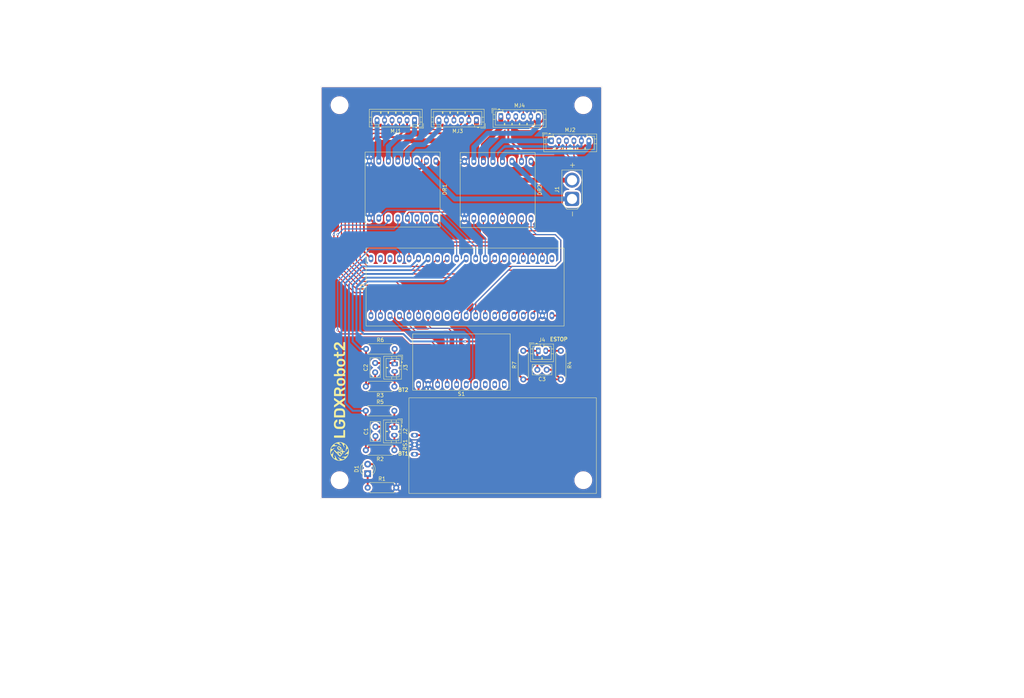
<source format=kicad_pcb>
(kicad_pcb (version 20241229) (generator "pcbnew") (generator_version "9.0")
  (title_block (title "LGDXRobot2 Board V2") (date "2026-01-18") (rev "v1") (company "LGDXRobotics"))
  (layers (0 "F.Cu" signal) (2 "B.Cu" signal) (13 "F.Paste" user) (15 "B.Paste" user) (5 "F.SilkS" user "F.Silkscreen") (7 "B.SilkS" user "B.Silkscreen") (1 "F.Mask" user) (3 "B.Mask" user) (25 "Edge.Cuts" user))
  (net 0 "")
  (net 1 "/PB1_BT1")
  (net 2 "Net-(D1-K)")
  (net 3 "Net-(J2-Pin_1)")
  (net 4 "/PB0_BT2")
  (net 5 "+12V")
  (net 6 "Net-(MJ1-MV-)")
  (net 7 "Net-(MJ2-MV-)")
  (net 8 "Net-(J3-Pin_1)")
  (net 9 "Net-(MJ2-MV+)")
  (net 10 "Net-(J4-Pin_1)")
  (net 11 "Net-(MJ1-MV+)")
  (net 12 "/PA4_ESTOP")
  (net 13 "GND")
  (net 14 "/5V99")
  (net 15 "/PB8_D1")
  (net 16 "Net-(MJ3-MV+)")
  (net 17 "/PB4_DR2AIN1")
  (net 18 "/PC14_DR1AIN2")
  (net 19 "Net-(MJ3-MV-)")
  (net 20 "Net-(MJ4-MV-)")
  (net 21 "/PB5_DR2AIN2")
  (net 22 "/PB3_DR2PWMA")
  (net 23 "/PA2_DR2PWMB")
  (net 24 "Net-(MJ4-MV+)")
  (net 25 "/PA7_MJ1CH2")
  (net 26 "/PA6_MJ1CH1")
  (net 27 "/PB6_MJ2CH2")
  (net 28 "/PB7_MJ2CH1")
  (net 29 "/PB2_DRxSTBY")
  (net 30 "/PA8_MJ4CH2")
  (net 31 "/PA9_MJ4CH1")
  (net 32 "/GND47")
  (net 33 "/5V98")
  (net 34 "/PC15_DR1AIN1")
  (net 35 "/PC13_DR2BIN2")
  (net 36 "/PA15_DR2BIN1")
  (net 37 "Net-(J2-Pin_2)")
  (net 38 "Net-(J3-Pin_2)")
  (net 39 "Net-(J4-Pin_2)")
  (net 40 "/PA0_MJ3CH1")
  (net 41 "/PA1_MJ3CH2")
  (net 42 "/PB9_RS1")
  (net 46 "/PB14_ADO")
  (net 47 "/3V348")
  (net 52 "/PA10_NCS")
  (net 54 "/PB10_SCLK")
  (net 55 "/PB15_SDA")
  (net 58 "/PA5_DR1PWMA")
  (net 59 "/PA3_DR1PWMB")
  (net 60 "/PB12_DR1BIN2")
  (net 61 "/PB13_DR1BIN1")
  (footprint "Capacitor_THT:C_Disc_D5.0mm_W2.5mm_P2.50mm" (layer "F.Cu") (at 112.07 128.25 90)
    (property "Reference" "C1")
    (property "Value" "0.1uF")
  )
  (footprint "Connector_JST:JST_PH_B6B-PH-K_1x06_P2.00mm_Vertical" (layer "F.Cu") (at 159 49.5)
    (property "Reference" "MJ2")
    (property "Value" "~")
  )
  (footprint "LED_THT:LED_D3.0mm" (layer "F.Cu") (at 110 138.27 90)
    (property "Reference" "D1")
    (property "Value" "RED_LED")
  )
  (footprint "MountingHole:MountingHole_4.3mm_M4" (layer "F.Cu") (at 167.5 40)
    (property "Reference" "REF**" (hide yes))
    (property "Value" "MountingHole_4.3mm_M4")
  )
  (footprint "MountingHole:MountingHole_4.3mm_M4" (layer "F.Cu") (at 167.5 140)
    (property "Reference" "REF**" (hide yes))
    (property "Value" "MountingHole_4.3mm_M4")
  )
  (footprint "Capacitor_THT:C_Disc_D5.0mm_W2.5mm_P2.50mm" (layer "F.Cu") (at 112 111.25 90)
    (property "Reference" "C2")
    (property "Value" "0.1uF")
  )
  (footprint "Connector_JST:JST_PH_B2B-PH-K_1x02_P2.00mm_Vertical" (layer "F.Cu") (at 117.19 109 -90)
    (property "Reference" "J3")
    (property "Value" "PH2.0 2P")
  )
  (footprint "Connector_JST:JST_PH_B6B-PH-K_1x06_P2.00mm_Vertical" (layer "F.Cu") (at 139 44 180)
    (property "Reference" "MJ3")
    (property "Value" "~")
  )
  (footprint "Capacitor_THT:C_Disc_D5.0mm_W2.5mm_P2.50mm" (layer "F.Cu") (at 157.75 110.55 180)
    (property "Reference" "C3")
    (property "Value" "0.1uF")
  )
  (footprint "LGDXRobot2:BlackPill" (layer "F.Cu") (at 135 88.5)
    (property "Reference" "U1")
    (property "Value" "BlackPill")
  )
  (footprint "Resistor_THT:R_Axial_DIN0207_L6.3mm_D2.5mm_P7.62mm_Horizontal" (layer "F.Cu") (at 117.12 132 180)
    (property "Reference" "R2")
    (property "Value" "68k")
  )
  (footprint "Connector_JST:JST_PH_B2B-PH-K_1x02_P2.00mm_Vertical" (layer "F.Cu") (at 155.5 105.5)
    (property "Reference" "J4")
    (property "Value" "PH2.0 2P")
  )
  (footprint "Connector_JST:JST_PH_B2B-PH-K_1x02_P2.00mm_Vertical" (layer "F.Cu") (at 117.12 126 -90)
    (property "Reference" "J2")
    (property "Value" "PH2.0 2P")
  )
  (footprint "MountingHole:MountingHole_4.3mm_M4" (layer "F.Cu") (at 102.5 140)
    (property "Reference" "REF**" (hide yes))
    (property "Value" "MountingHole_4.3mm_M4")
  )
  (footprint "LGDXRobot2:TB6612FNG" (layer "F.Cu") (at 119.56 62.5 180)
    (property "Reference" "DR1")
    (property "Value" "TB6612FNG")
  )
  (footprint "LOGO" (layer "F.Cu") (at 102.5 119 90)
    (property "Reference" "G***" (hide yes))
    (property "Value" "LOGO" (hide yes))
  )
  (footprint "LGDXRobot2:ICM20948" (layer "F.Cu") (at 135 114.5)
    (property "Reference" "S1")
    (property "Value" "~")
  )
  (footprint "Connector_JST:JST_PH_B6B-PH-K_1x06_P2.00mm_Vertical" (layer "F.Cu") (at 122.5 44 180)
    (property "Reference" "MJ1")
    (property "Value" "~")
  )
  (footprint "Resistor_THT:R_Axial_DIN0207_L6.3mm_D2.5mm_P7.62mm_Horizontal" (layer "F.Cu") (at 109.5 121.5)
    (property "Reference" "R5")
    (property "Value" "10k")
  )
  (footprint "LGDXRobot2:TB6612FNG" (layer "F.Cu") (at 144.91 62.62 180)
    (property "Reference" "DR2")
    (property "Value" "TB6612FNG")
  )
  (footprint "Resistor_THT:R_Axial_DIN0207_L6.3mm_D2.5mm_P7.62mm_Horizontal" (layer "F.Cu") (at 110 142)
    (property "Reference" "R1")
    (property "Value" "220R")
  )
  (footprint "MountingHole:MountingHole_4.3mm_M4" (layer "F.Cu") (at 102.5 40)
    (property "Reference" "REF**" (hide yes))
    (property "Value" "MountingHole_4.3mm_M4")
  )
  (footprint "Connector_JST:JST_PH_B6B-PH-K_1x06_P2.00mm_Vertical" (layer "F.Cu") (at 145.5 43)
    (property "Reference" "MJ4")
    (property "Value" "~")
  )
  (footprint "LGDXRobot2:Relay" (layer "F.Cu") (at 122.5 130.54 -90)
    (property "Reference" "RS1")
    (property "Value" "~")
  )
  (footprint "Resistor_THT:R_Axial_DIN0207_L6.3mm_D2.5mm_P7.62mm_Horizontal" (layer "F.Cu") (at 117.12 115 180)
    (property "Reference" "R3")
    (property "Value" "68k")
  )
  (footprint "Resistor_THT:R_Axial_DIN0207_L6.3mm_D2.5mm_P7.62mm_Horizontal" (layer "F.Cu") (at 109.57 105)
    (property "Reference" "R6")
    (property "Value" "10k")
  )
  (footprint "Resistor_THT:R_Axial_DIN0207_L6.3mm_D2.5mm_P7.62mm_Horizontal" (layer "F.Cu") (at 161.5 105.5 -90)
    (property "Reference" "R4")
    (property "Value" "68k")
  )
  (footprint "Resistor_THT:R_Axial_DIN0207_L6.3mm_D2.5mm_P7.62mm_Horizontal" (layer "F.Cu") (at 151.5 113.12 90)
    (property "Reference" "R7")
    (property "Value" "10k")
  )
  (footprint "Connector_AMASS:AMASS_XT30U-F_1x02_P5.0mm_Vertical" (layer "F.Cu") (at 164.5 65 90)
    (property "Reference" "J1")
    (property "Value" "XT30 Female")
  )
  (gr_rect (start 97.5 34.986511) (end 172.5 144.986511) (stroke (width 0.05)) (fill no) (layer "Edge.Cuts"))
  (gr_text "BT1" (at 118 133.5 0) (layer "F.SilkS") (effects (font (size 1 1) (thickness 0.2) (bold yes)) (justify left bottom)))
  (gr_text "BT2" (at 118 116.5 0) (layer "F.SilkS") (effects (font (size 1 1) (thickness 0.2) (bold yes)) (justify left bottom)))
  (gr_text "ESTOP" (at 158.5 103 0) (layer "F.SilkS") (effects (font (size 1 1) (thickness 0.2) (bold yes)) (justify left bottom)))
  (segment (start 112.07 128.25) (end 112.07 129.43) (width 0.5) (layer "F.Cu") (net 1))
  (segment (start 109.5 122) (end 109.5 132) (width 0.5) (layer "F.Cu") (net 1))
  (segment (start 112.07 129.43) (end 109.5 132) (width 0.5) (layer "F.Cu") (net 1))
  (segment (start 104 87.5) (end 104 119.5) (width 0.5) (layer "B.Cu") (net 1))
  (segment (start 121.46 83) (end 108.5 83) (width 0.5) (layer "B.Cu") (net 1))
  (segment (start 123.57 80.89) (end 121.46 83) (width 0.5) (layer "B.Cu") (net 1))
  (segment (start 104 119.5) (end 106 121.5) (width 0.5) (layer "B.Cu") (net 1))
  (segment (start 106 121.5) (end 109.5 121.5) (width 0.5) (layer "B.Cu") (net 1))
  (segment (start 108.5 83) (end 104 87.5) (width 0.5) (layer "B.Cu") (net 1))
  (segment (start 110 138.27) (end 110 142) (width 0.5) (layer "F.Cu") (net 2))
  (segment (start 117.12 126) (end 117.12 122) (width 0.5) (layer "F.Cu") (net 3))
  (segment (start 112.07 125.75) (end 116.87 125.75) (width 0.5) (layer "F.Cu") (net 3))
  (segment (start 116.75 125.75) (end 117 126) (width 0.5) (layer "F.Cu") (net 3))
  (segment (start 109.57 114.93) (end 109.5 115) (width 0.5) (layer "F.Cu") (net 4))
  (segment (start 112 112.5) (end 109.5 115) (width 0.5) (layer "F.Cu") (net 4))
  (segment (start 109.57 105) (end 109.57 114.93) (width 0.5) (layer "F.Cu") (net 4))
  (segment (start 112 111.25) (end 112 112.5) (width 0.5) (layer "F.Cu") (net 4))
  (segment (start 126.11 80.89) (end 122 85) (width 0.5) (layer "B.Cu") (net 4))
  (segment (start 106 88) (end 106 103) (width 0.5) (layer "B.Cu") (net 4))
  (segment (start 122 85) (end 109 85) (width 0.5) (layer "B.Cu") (net 4))
  (segment (start 108 105) (end 109.57 105) (width 0.5) (layer "B.Cu") (net 4))
  (segment (start 109 85) (end 106 88) (width 0.5) (layer "B.Cu") (net 4))
  (segment (start 106 103) (end 108 105) (width 0.5) (layer "B.Cu") (net 4))
  (segment (start 158.56 60) (end 133.33 60) (width 1.3) (layer "F.Cu") (net 5))
  (segment (start 133.33 60) (end 128.21 54.88) (width 1.3) (layer "F.Cu") (net 5))
  (segment (start 164.5 60) (end 158.56 60) (width 1.3) (layer "F.Cu") (net 5))
  (segment (start 158.56 60) (end 153.56 55) (width 1.3) (layer "F.Cu") (net 5))
  (segment (start 115.51 54.88) (end 115.51 50.99) (width 1.3) (layer "B.Cu") (net 6))
  (segment (start 121.5 48.5) (end 122.5 47.5) (width 1.3) (layer "B.Cu") (net 6))
  (segment (start 118 48.5) (end 121.5 48.5) (width 1.3) (layer "B.Cu") (net 6))
  (segment (start 115.51 50.99) (end 118 48.5) (width 1.3) (layer "B.Cu") (net 6))
  (segment (start 122.5 47.5) (end 122.5 44) (width 1.3) (layer "B.Cu") (net 6))
  (segment (start 143.4 52.1) (end 146 49.5) (width 1.3) (layer "B.Cu") (net 7))
  (segment (start 143.4 55) (end 143.4 52.1) (width 1.3) (layer "B.Cu") (net 7))
  (segment (start 146 49.5) (end 159 49.5) (width 1.3) (layer "B.Cu") (net 7))
  (segment (start 112 108.75) (end 116.94 108.75) (width 0.5) (layer "F.Cu") (net 8))
  (segment (start 117.19 109) (end 117.19 105) (width 0.5) (layer "F.Cu") (net 8))
  (segment (start 116.94 108.75) (end 117.19 109) (width 0.5) (layer "F.Cu") (net 8))
  (segment (start 145.94 53.56) (end 147 52.5) (width 1.3) (layer "B.Cu") (net 9))
  (segment (start 169 51) (end 169 49.5) (width 1.3) (layer "B.Cu") (net 9))
  (segment (start 147 52.5) (end 167.5 52.5) (width 1.3) (layer "B.Cu") (net 9))
  (segment (start 167.5 52.5) (end 169 51) (width 1.3) (layer "B.Cu") (net 9))
  (segment (start 145.94 55) (end 145.94 53.56) (width 1.3) (layer "B.Cu") (net 9))
  (segment (start 155.25 105.75) (end 155.5 105.5) (width 0.5) (layer "F.Cu") (net 10))
  (segment (start 155.5 105.5) (end 151.5 105.5) (width 0.5) (layer "F.Cu") (net 10))
  (segment (start 155.25 110.55) (end 155.25 105.75) (width 0.5) (layer "F.Cu") (net 10))
  (segment (start 112.97 54.88) (end 112.97 49.47) (width 1.3) (layer "B.Cu") (net 11))
  (segment (start 112.97 49.47) (end 112.5 49) (width 1.3) (layer "B.Cu") (net 11))
  (segment (start 112.5 49) (end 112.5 44) (width 1.3) (layer "B.Cu") (net 11))
  (segment (start 141.38 103) (end 151.5 113.12) (width 0.5) (layer "F.Cu") (net 12))
  (segment (start 151.5 113.12) (end 161.5 113.12) (width 0.5) (layer "F.Cu") (net 12))
  (segment (start 158.93 110.55) (end 161.5 113.12) (width 0.5) (layer "F.Cu") (net 12))
  (segment (start 157.75 110.55) (end 158.93 110.55) (width 0.5) (layer "F.Cu") (net 12))
  (segment (start 136 103) (end 141.38 103) (width 0.5) (layer "F.Cu") (net 12))
  (via (at 136 103) (size 0.6) (drill 0.3) (layers "F.Cu" "B.Cu") (net 12))
  (segment (start 119.5 101) (end 121.5 103) (width 0.5) (layer "B.Cu") (net 12))
  (segment (start 136.11 80.89) (end 136 81) (width 0.3) (layer "B.Cu") (net 12))
  (segment (start 130.16 87) (end 110 87) (width 0.5) (layer "B.Cu") (net 12))
  (segment (start 109 101) (end 119.5 101) (width 0.5) (layer "B.Cu") (net 12))
  (segment (start 108 89) (end 108 100) (width 0.5) (layer "B.Cu") (net 12))
  (segment (start 110 87) (end 108 89) (width 0.5) (layer "B.Cu") (net 12))
  (segment (start 136.27 80.89) (end 130.16 87) (width 0.5) (layer "B.Cu") (net 12))
  (segment (start 108 100) (end 109 101) (width 0.5) (layer "B.Cu") (net 12))
  (segment (start 121.5 103) (end 136 103) (width 0.5) (layer "B.Cu") (net 12))
  (segment (start 158.48 65) (end 133.25 65) (width 1.3) (layer "B.Cu") (net 13))
  (segment (start 164.5 65) (end 158.48 65) (width 1.3) (layer "B.Cu") (net 13))
  (segment (start 133.25 65) (end 123.13 54.88) (width 1.3) (layer "B.Cu") (net 13))
  (segment (start 158.48 65) (end 148.48 55) (width 1.3) (layer "B.Cu") (net 13))
  (segment (start 153.5 128) (end 167.5 114) (width 0.5) (layer "F.Cu") (net 14))
  (segment (start 122.5 128) (end 153.5 128) (width 0.5) (layer "F.Cu") (net 14))
  (segment (start 167.5 114) (end 167.5 101) (width 0.5) (layer "F.Cu") (net 14))
  (segment (start 154.05 95.45) (end 154.05 96.11) (width 0.5) (layer "F.Cu") (net 14))
  (segment (start 167.5 101) (end 160.5 94) (width 0.5) (layer "F.Cu") (net 14))
  (segment (start 155.5 94) (end 154.05 95.45) (width 0.5) (layer "F.Cu") (net 14))
  (segment (start 160.5 94) (end 155.5 94) (width 0.5) (layer "F.Cu") (net 14))
  (segment (start 153.08 92) (end 162 92) (width 0.5) (layer "F.Cu") (net 15))
  (segment (start 170 100) (end 170 117.5) (width 0.5) (layer "F.Cu") (net 15))
  (segment (start 170 117.5) (end 151.77 135.73) (width 0.5) (layer "F.Cu") (net 15))
  (segment (start 151.77 135.73) (end 110 135.73) (width 0.5) (layer "F.Cu") (net 15))
  (segment (start 162 92) (end 170 100) (width 0.5) (layer "F.Cu") (net 15))
  (segment (start 148.97 96.11) (end 153.08 92) (width 0.5) (layer "F.Cu") (net 15))
  (segment (start 129 46.5) (end 129 44) (width 1.3) (layer "B.Cu") (net 16))
  (segment (start 120.59 54.88) (end 120.59 52.41) (width 1.3) (layer "B.Cu") (net 16))
  (segment (start 120.59 52.41) (end 122.5 50.5) (width 1.3) (layer "B.Cu") (net 16))
  (segment (start 125 50.5) (end 129 46.5) (width 1.3) (layer "B.Cu") (net 16))
  (segment (start 122.5 50.5) (end 125 50.5) (width 1.3) (layer "B.Cu") (net 16))
  (segment (start 138.81 92.69) (end 147.5 84) (width 0.3) (layer "F.Cu") (net 17))
  (segment (start 147.5 84) (end 160.5 84) (width 0.3) (layer "F.Cu") (net 17))
  (segment (start 162.5 75.5) (end 160.5 73.5) (width 0.3) (layer "F.Cu") (net 17))
  (segment (start 162.5 82) (end 162.5 75.5) (width 0.3) (layer "F.Cu") (net 17))
  (segment (start 160.5 84) (end 162.5 82) (width 0.3) (layer "F.Cu") (net 17))
  (segment (start 149 73.5) (end 148.48 72.98) (width 0.3) (layer "F.Cu") (net 17))
  (segment (start 160.5 73.5) (end 149 73.5) (width 0.3) (layer "F.Cu") (net 17))
  (segment (start 148.48 72.98) (end 148.48 70.24) (width 0.3) (layer "F.Cu") (net 17))
  (segment (start 138.81 96.11) (end 138.81 92.69) (width 0.3) (layer "F.Cu") (net 17))
  (segment (start 154.05 80.89) (end 154.05 78.55) (width 0.3) (layer "F.Cu") (net 18))
  (segment (start 125.67 74.17) (end 125.67 70.12) (width 0.3) (layer "F.Cu") (net 18))
  (segment (start 152 76.5) (end 128 76.5) (width 0.3) (layer "F.Cu") (net 18))
  (segment (start 128 76.5) (end 125.67 74.17) (width 0.3) (layer "F.Cu") (net 18))
  (segment (start 154.05 78.55) (end 152 76.5) (width 0.3) (layer "F.Cu") (net 18))
  (segment (start 118.05 54.88) (end 118.05 51.95) (width 1.3) (layer "F.Cu") (net 19))
  (segment (start 135 49.5) (end 139 45.5) (width 1.3) (layer "F.Cu") (net 19))
  (segment (start 139 45.5) (end 139 44) (width 1.3) (layer "F.Cu") (net 19))
  (segment (start 120.5 49.5) (end 135 49.5) (width 1.3) (layer "F.Cu") (net 19))
  (segment (start 118.05 51.95) (end 120.5 49.5) (width 1.3) (layer "F.Cu") (net 19))
  (segment (start 140.86 50.64) (end 140.86 55) (width 1.3) (layer "F.Cu") (net 20))
  (segment (start 145.5 46) (end 140.86 50.64) (width 1.3) (layer "F.Cu") (net 20))
  (segment (start 145.5 43) (end 145.5 46) (width 1.3) (layer "F.Cu") (net 20))
  (segment (start 151 72) (end 151.02 71.98) (width 0.3) (layer "F.Cu") (net 21))
  (segment (start 151.02 71.98) (end 151.02 70.24) (width 0.3) (layer "F.Cu") (net 21))
  (segment (start 141.35 91.65) (end 148 85) (width 0.3) (layer "F.Cu") (net 21))
  (segment (start 163.5 75) (end 161 72.5) (width 0.3) (layer "F.Cu") (net 21))
  (segment (start 148 85) (end 161 85) (width 0.3) (layer "F.Cu") (net 21))
  (segment (start 161 72.5) (end 151.5 72.5) (width 0.3) (layer "F.Cu") (net 21))
  (segment (start 161 85) (end 163.5 82.5) (width 0.3) (layer "F.Cu") (net 21))
  (segment (start 163.5 82.5) (end 163.5 75) (width 0.3) (layer "F.Cu") (net 21))
  (segment (start 141.35 96.11) (end 141.35 91.65) (width 0.3) (layer "F.Cu") (net 21))
  (segment (start 151.5 72.5) (end 151 72) (width 0.3) (layer "F.Cu") (net 21))
  (segment (start 148.5 83) (end 160 83) (width 0.3) (layer "B.Cu") (net 22))
  (segment (start 136.27 95.23) (end 148.5 83) (width 0.3) (layer "B.Cu") (net 22))
  (segment (start 160 74.5) (end 155 74.5) (width 0.3) (layer "B.Cu") (net 22))
  (segment (start 160 83) (end 161.5 81.5) (width 0.3) (layer "B.Cu") (net 22))
  (segment (start 161.5 76) (end 160 74.5) (width 0.3) (layer "B.Cu") (net 22))
  (segment (start 153.56 72.94) (end 153.56 70.24) (width 0.3) (layer "B.Cu") (net 22))
  (segment (start 153.5 73) (end 153.56 72.94) (width 0.3) (layer "B.Cu") (net 22))
  (segment (start 161.5 81.5) (end 161.5 76) (width 0.3) (layer "B.Cu") (net 22))
  (segment (start 155 74.5) (end 153.5 73) (width 0.3) (layer "B.Cu") (net 22))
  (segment (start 136.27 96.11) (end 136.27 95.23) (width 0.3) (layer "B.Cu") (net 22))
  (segment (start 138.32 72.32) (end 141.35 75.35) (width 0.3) (layer "B.Cu") (net 23))
  (segment (start 138.32 70.24) (end 138.32 72.32) (width 0.3) (layer "B.Cu") (net 23))
  (segment (start 141.35 75.35) (end 141.35 80.89) (width 0.3) (layer "B.Cu") (net 23))
  (segment (start 142 47.5) (end 138.32 51.18) (width 1.3) (layer "B.Cu") (net 24))
  (segment (start 155.5 43) (end 155.5 45.5) (width 1.3) (layer "B.Cu") (net 24))
  (segment (start 138.32 51.18) (end 138.32 55) (width 1.3) (layer "B.Cu") (net 24))
  (segment (start 155.5 45.5) (end 153.5 47.5) (width 1.3) (layer "B.Cu") (net 24))
  (segment (start 153.5 47.5) (end 142 47.5) (width 1.3) (layer "B.Cu") (net 24))
  (segment (start 111.5 47.5) (end 116.5 47.5) (width 0.3) (layer "F.Cu") (net 25))
  (segment (start 116.5 47.5) (end 118.5 45.5) (width 0.3) (layer "F.Cu") (net 25))
  (segment (start 110 83) (end 108 81) (width 0.3) (layer "F.Cu") (net 25))
  (segment (start 118.5 45.5) (end 118.5 44) (width 0.3) (layer "F.Cu") (net 25))
  (segment (start 108 81) (end 108 51) (width 0.3) (layer "F.Cu") (net 25))
  (segment (start 108 51) (end 111.5 47.5) (width 0.3) (layer "F.Cu") (net 25))
  (segment (start 128.65 80.89) (end 126.54 83) (width 0.3) (layer "F.Cu") (net 25))
  (segment (start 126.54 83) (end 110 83) (width 0.3) (layer "F.Cu") (net 25))
  (segment (start 116.5 45.5) (end 116.5 44) (width 0.3) (layer "F.Cu") (net 26))
  (segment (start 128.08 84) (end 109.5 84) (width 0.3) (layer "F.Cu") (net 26))
  (segment (start 107 81.5) (end 107 50.5) (width 0.3) (layer "F.Cu") (net 26))
  (segment (start 107 50.5) (end 111 46.5) (width 0.3) (layer "F.Cu") (net 26))
  (segment (start 131.19 80.89) (end 128.08 84) (width 0.3) (layer "F.Cu") (net 26))
  (segment (start 109.5 84) (end 107 81.5) (width 0.3) (layer "F.Cu") (net 26))
  (segment (start 115.5 46.5) (end 116.5 45.5) (width 0.3) (layer "F.Cu") (net 26))
  (segment (start 111 46.5) (end 115.5 46.5) (width 0.3) (layer "F.Cu") (net 26))
  (segment (start 143.89 96.11) (end 150 90) (width 0.3) (layer "F.Cu") (net 27))
  (segment (start 168 84) (end 168 58) (width 0.3) (layer "F.Cu") (net 27))
  (segment (start 162 90) (end 168 84) (width 0.3) (layer "F.Cu") (net 27))
  (segment (start 150 90) (end 162 90) (width 0.3) (layer "F.Cu") (net 27))
  (segment (start 168 58) (end 163 53) (width 0.3) (layer "F.Cu") (net 27))
  (segment (start 163 53) (end 163 49.5) (width 0.3) (layer "F.Cu") (net 27))
  (segment (start 169 57.5) (end 165 53.5) (width 0.3) (layer "F.Cu") (net 28))
  (segment (start 162.5 91) (end 169 84.5) (width 0.3) (layer "F.Cu") (net 28))
  (segment (start 165 49.5) (end 165 53.5) (width 0.3) (layer "F.Cu") (net 28))
  (segment (start 151.54 91) (end 162.5 91) (width 0.3) (layer "F.Cu") (net 28))
  (segment (start 169 84.5) (end 169 57.5) (width 0.3) (layer "F.Cu") (net 28))
  (segment (start 151.54 91) (end 146.43 96.11) (width 0.3) (layer "F.Cu") (net 28))
  (segment (start 120.59 70.12) (end 120.59 68.91) (width 0.3) (layer "F.Cu") (net 29))
  (segment (start 120.59 70.41) (end 121.03 70.85) (width 0.3) (layer "F.Cu") (net 29))
  (segment (start 145.5 68.5) (end 145.94 68.94) (width 0.3) (layer "F.Cu") (net 29))
  (segment (start 121.03 70.85) (end 121.03 80.89) (width 0.3) (layer "F.Cu") (net 29))
  (segment (start 145.94 68.94) (end 145.94 70.24) (width 0.3) (layer "F.Cu") (net 29))
  (segment (start 121 68.5) (end 145.5 68.5) (width 0.3) (layer "F.Cu") (net 29))
  (segment (start 120.59 68.91) (end 121 68.5) (width 0.3) (layer "F.Cu") (net 29))
  (segment (start 120.59 70.12) (end 120.59 70.41) (width 0.3) (layer "F.Cu") (net 29))
  (segment (start 106.5 41) (end 110 37.5) (width 0.3) (layer "F.Cu") (net 30))
  (segment (start 150.5 46) (end 149.5 45) (width 0.3) (layer "F.Cu") (net 30))
  (segment (start 103 48) (end 106.5 44.5) (width 0.3) (layer "F.Cu") (net 30))
  (segment (start 156 46) (end 150.5 46) (width 0.3) (layer "F.Cu") (net 30))
  (segment (start 121.03 96.11) (end 121.03 92.03) (width 0.3) (layer "F.Cu") (net 30))
  (segment (start 149.5 45) (end 149.5 43) (width 0.3) (layer "F.Cu") (net 30))
  (segment (start 121.03 92.03) (end 117 88) (width 0.3) (layer "F.Cu") (net 30))
  (segment (start 106.5 44.5) (end 106.5 41) (width 0.3) (layer "F.Cu") (net 30))
  (segment (start 107.5 88) (end 103 83.5) (width 0.3) (layer "F.Cu") (net 30))
  (segment (start 110 37.5) (end 153.5 37.5) (width 0.3) (layer "F.Cu") (net 30))
  (segment (start 153.5 37.5) (end 157.5 41.5) (width 0.3) (layer "F.Cu") (net 30))
  (segment (start 157.5 41.5) (end 157.5 44.5) (width 0.3) (layer "F.Cu") (net 30))
  (segment (start 157.5 44.5) (end 156 46) (width 0.3) (layer "F.Cu") (net 30))
  (segment (start 117 88) (end 107.5 88) (width 0.3) (layer "F.Cu") (net 30))
  (segment (start 103 83.5) (end 103 48) (width 0.3) (layer "F.Cu") (net 30))
  (segment (start 107.5 41.5) (end 107.5 45.5) (width 0.3) (layer "F.Cu") (net 31))
  (segment (start 117.5 87) (end 123.57 93.07) (width 0.3) (layer "F.Cu") (net 31))
  (segment (start 104 49) (end 104 83) (width 0.3) (layer "F.Cu") (net 31))
  (segment (start 104 83) (end 108 87) (width 0.3) (layer "F.Cu") (net 31))
  (segment (start 108 87) (end 117.5 87) (width 0.3) (layer "F.Cu") (net 31))
  (segment (start 110.5 38.5) (end 107.5 41.5) (width 0.3) (layer "F.Cu") (net 31))
  (segment (start 151.5 40.5) (end 149.5 38.5) (width 0.3) (layer "F.Cu") (net 31))
  (segment (start 123.57 93.07) (end 123.57 96.11) (width 0.3) (layer "F.Cu") (net 31))
  (segment (start 107.5 45.5) (end 104 49) (width 0.3) (layer "F.Cu") (net 31))
  (segment (start 151.5 43) (end 151.5 40.5) (width 0.3) (layer "F.Cu") (net 31))
  (segment (start 149.5 38.5) (end 110.5 38.5) (width 0.3) (layer "F.Cu") (net 31))
  (segment (start 133.5 55) (end 135.78 55) (width 0.5) (layer "B.Cu") (net 32))
  (segment (start 156.59 96.11) (end 159.48 99) (width 0.5) (layer "B.Cu") (net 32))
  (segment (start 117.62 142) (end 117.62 133.88) (width 0.5) (layer "B.Cu") (net 32))
  (segment (start 166 101.5) (end 166 113.5) (width 0.5) (layer "B.Cu") (net 32))
  (segment (start 117.62 133.88) (end 120.96 130.54) (width 0.5) (layer "B.Cu") (net 32))
  (segment (start 135.78 67.28) (end 135.5 67) (width 0.5) (layer "B.Cu") (net 32))
  (segment (start 110.43 54.88) (end 110.43 67) (width 0.5) (layer "B.Cu") (net 32))
  (segment (start 159.48 99) (end 163.5 99) (width 0.5) (layer "B.Cu") (net 32))
  (segment (start 163.5 99) (end 166 101.5) (width 0.5) (layer "B.Cu") (net 32))
  (segment (start 151.5 40) (end 153.5 40) (width 0.5) (layer "B.Cu") (net 32))
  (segment (start 114 40) (end 114.5 40) (width 0.5) (layer "B.Cu") (net 32))
  (segment (start 128 40) (end 131 40) (width 0.5) (layer "B.Cu") (net 32))
  (segment (start 110.43 54.88) (end 110.43 43.57) (width 0.5) (layer "B.Cu") (net 32))
  (segment (start 126.11 117) (end 126.11 114.5) (width 0.5) (layer "B.Cu") (net 32))
  (segment (start 135.78 70.24) (end 135.78 67.28) (width 0.5) (layer "B.Cu") (net 32))
  (segment (start 162.5 117) (end 126.11 117) (width 0.5) (layer "B.Cu") (net 32))
  (segment (start 131 67) (end 110.43 67) (width 0.5) (layer "B.Cu") (net 32))
  (segment (start 156.59 96.11) (end 156.59 88.41) (width 0.5) (layer "B.Cu") (net 32))
  (segment (start 114.5 40) (end 128 40) (width 0.5) (layer "B.Cu") (net 32))
  (segment (start 112.75 41.25) (end 114 40) (width 0.5) (layer "B.Cu") (net 32))
  (segment (start 124.46 130.54) (end 126.11 128.89) (width 0.5) (layer "B.Cu") (net 32))
  (segment (start 122.5 130.54) (end 124.46 130.54) (width 0.5) (layer "B.Cu") (net 32))
  (segment (start 132.5 67) (end 131 67) (width 0.5) (layer "B.Cu") (net 32))
  (segment (start 156.59 88.41) (end 162.5 82.5) (width 0.5) (layer "B.Cu") (net 32))
  (segment (start 167 48) (end 159 40) (width 0.5) (layer "B.Cu") (net 32))
  (segment (start 120.96 130.54) (end 122.5 130.54) (width 0.5) (layer "B.Cu") (net 32))
  (segment (start 154 67) (end 136 67) (width 0.5) (layer "B.Cu") (net 32))
  (segment (start 126.11 128.89) (end 126.11 117) (width 0.5) (layer "B.Cu") (net 32))
  (segment (start 162.5 82.5) (end 162.5 75.5) (width 0.5) (layer "B.Cu") (net 32))
  (segment (start 131 52.5) (end 133.5 55) (width 0.5) (layer "B.Cu") (net 32))
  (segment (start 114.5 40) (end 114.5 44) (width 0.5) (layer "B.Cu") (net 32))
  (segment (start 131 44) (end 131 40) (width 0.5) (layer "B.Cu") (net 32))
  (segment (start 159 40) (end 153.5 40) (width 0.5) (layer "B.Cu") (net 32))
  (segment (start 167 49.5) (end 167 48) (width 0.5) (layer "B.Cu") (net 32))
  (segment (start 131 46) (end 131 52.5) (width 0.5) (layer "B.Cu") (net 32))
  (segment (start 131 40) (end 151.5 40) (width 0.5) (layer "B.Cu") (net 32))
  (segment (start 135.5 67) (end 132.5 67) (width 0.5) (layer "B.Cu") (net 32))
  (segment (start 162.5 75.5) (end 154 67) (width 0.5) (layer "B.Cu") (net 32))
  (segment (start 110.43 67) (end 110.43 68) (width 0.5) (layer "B.Cu") (net 32))
  (segment (start 166 113.5) (end 162.5 117) (width 0.5) (layer "B.Cu") (net 32))
  (segment (start 136 67) (end 135.5 67) (width 0.5) (layer "B.Cu") (net 32))
  (segment (start 131 44) (end 131 46) (width 0.5) (layer "B.Cu") (net 32))
  (segment (start 110.43 43.57) (end 112.75 41.25) (width 0.5) (layer "B.Cu") (net 32))
  (segment (start 110.43 68) (end 110.43 70.12) (width 0.5) (layer "B.Cu") (net 32))
  (segment (start 153.5 43) (end 153.5 40) (width 0.5) (layer "B.Cu") (net 32))
  (segment (start 109 57) (end 109 51.5) (width 0.5) (layer "F.Cu") (net 33))
  (segment (start 109 51.5) (end 112 48.5) (width 0.5) (layer "F.Cu") (net 33))
  (segment (start 112 48.5) (end 118 48.5) (width 0.5) (layer "F.Cu") (net 33))
  (segment (start 147 41) (end 147.5 41.5) (width 0.5) (layer "F.Cu") (net 33))
  (segment (start 147.5 41.5) (end 147.5 43) (width 0.5) (layer "F.Cu") (net 33))
  (segment (start 110.87 80.89) (end 109 79.02) (width 0.5) (layer "F.Cu") (net 33))
  (segment (start 120.5 46) (end 120.5 44) (width 0.5) (layer "F.Cu") (net 33))
  (segment (start 151.02 52.52) (end 151.02 55) (width 0.5) (layer "F.Cu") (net 33))
  (segment (start 137 44.5) (end 134 47.5) (width 0.5) (layer "F.Cu") (net 33))
  (segment (start 137 42) (end 138 41) (width 0.5) (layer "F.Cu") (net 33))
  (segment (start 147.5 43) (end 147.5 49) (width 0.5) (layer "F.Cu") (net 33))
  (segment (start 125.67 55.33) (end 124 57) (width 0.5) (layer "F.Cu") (net 33))
  (segment (start 118 48.5) (end 120.5 46) (width 0.5) (layer "F.Cu") (net 33))
  (segment (start 120.5 46) (end 124.5 46) (width 0.5) (layer "F.Cu") (net 33))
  (segment (start 161 49.5) (end 161 51) (width 0.5) (layer "F.Cu") (net 33))
  (segment (start 161 51) (end 159.5 52.5) (width 0.5) (layer "F.Cu") (net 33))
  (segment (start 138 41) (end 147 41) (width 0.5) (layer "F.Cu") (net 33))
  (segment (start 109 79.02) (end 109 57) (width 0.5) (layer "F.Cu") (net 33))
  (segment (start 125.67 54.88) (end 125.67 55.33) (width 0.5) (layer "F.Cu") (net 33))
  (segment (start 137 44) (end 137 42) (width 0.5) (layer "F.Cu") (net 33))
  (segment (start 159.5 52.5) (end 151.04 52.5) (width 0.5) (layer "F.Cu") (net 33))
  (segment (start 124 57) (end 109 57) (width 0.5) (layer "F.Cu") (net 33))
  (segment (start 126 47.5) (end 134 47.5) (width 0.5) (layer "F.Cu") (net 33))
  (segment (start 124.5 46) (end 126 47.5) (width 0.5) (layer "F.Cu") (net 33))
  (segment (start 147.5 49) (end 151.02 52.52) (width 0.5) (layer "F.Cu") (net 33))
  (segment (start 151.04 52.5) (end 151.02 52.52) (width 0.5) (layer "F.Cu") (net 33))
  (segment (start 123.13 74.63) (end 123.13 70.12) (width 0.3) (layer "F.Cu") (net 34))
  (segment (start 150.5 77.5) (end 126 77.5) (width 0.3) (layer "F.Cu") (net 34))
  (segment (start 151.51 80.89) (end 151.51 78.51) (width 0.3) (layer "F.Cu") (net 34))
  (segment (start 151.51 78.51) (end 150.5 77.5) (width 0.3) (layer "F.Cu") (net 34))
  (segment (start 126 77.5) (end 123.13 74.63) (width 0.3) (layer "F.Cu") (net 34))
  (segment (start 156.59 78.59) (end 153.5 75.5) (width 0.3) (layer "F.Cu") (net 35))
  (segment (start 142.5 75.5) (end 140.86 73.86) (width 0.3) (layer "F.Cu") (net 35))
  (segment (start 153.5 75.5) (end 142.5 75.5) (width 0.3) (layer "F.Cu") (net 35))
  (segment (start 156.59 80.89) (end 156.59 78.59) (width 0.3) (layer "F.Cu") (net 35))
  (segment (start 140.86 73.86) (end 140.86 70.24) (width 0.3) (layer "F.Cu") (net 35))
  (segment (start 143.4 73.4) (end 144.5 74.5) (width 0.3) (layer "F.Cu") (net 36))
  (segment (start 161.5 81.5) (end 160 83) (width 0.3) (layer "F.Cu") (net 36))
  (segment (start 160 83) (end 146.84 83) (width 0.3) (layer "F.Cu") (net 36))
  (segment (start 143.4 70.24) (end 143.4 73.4) (width 0.3) (layer "F.Cu") (net 36))
  (segment (start 161.5 76) (end 161.5 81.5) (width 0.3) (layer "F.Cu") (net 36))
  (segment (start 146.84 83) (end 133.73 96.11) (width 0.3) (layer "F.Cu") (net 36))
  (segment (start 144.5 74.5) (end 160 74.5) (width 0.3) (layer "F.Cu") (net 36))
  (segment (start 160 74.5) (end 161.5 76) (width 0.3) (layer "F.Cu") (net 36))
  (segment (start 117.12 128) (end 117.12 132) (width 0.5) (layer "F.Cu") (net 37))
  (segment (start 117.19 114.93) (end 117.12 115) (width 0.5) (layer "F.Cu") (net 38))
  (segment (start 117.19 111) (end 117.19 114.93) (width 0.5) (layer "F.Cu") (net 38))
  (segment (start 161.5 105.5) (end 157.5 105.5) (width 0.5) (layer "F.Cu") (net 39))
  (segment (start 108.5 46) (end 105 49.5) (width 0.3) (layer "F.Cu") (net 40))
  (segment (start 125.5 41.5) (end 123.5 39.5) (width 0.3) (layer "F.Cu") (net 40))
  (segment (start 141.32 86) (end 146.43 80.89) (width 0.3) (layer "F.Cu") (net 40))
  (segment (start 133 42.5) (end 132 41.5) (width 0.3) (layer "F.Cu") (net 40))
  (segment (start 105 49.5) (end 105 82.5) (width 0.3) (layer "F.Cu") (net 40))
  (segment (start 123.5 39.5) (end 111 39.5) (width 0.3) (layer "F.Cu") (net 40))
  (segment (start 133 44) (end 133 42.5) (width 0.3) (layer "F.Cu") (net 40))
  (segment (start 108.5 86) (end 141.32 86) (width 0.3) (layer "F.Cu") (net 40))
  (segment (start 111 39.5) (end 108.5 42) (width 0.3) (layer "F.Cu") (net 40))
  (segment (start 108.5 42) (end 108.5 46) (width 0.3) (layer "F.Cu") (net 40))
  (segment (start 132 41.5) (end 125.5 41.5) (width 0.3) (layer "F.Cu") (net 40))
  (segment (start 105 82.5) (end 108.5 86) (width 0.3) (layer "F.Cu") (net 40))
  (segment (start 109.5 46.5) (end 106 50) (width 0.3) (layer "F.Cu") (net 41))
  (segment (start 135 45) (end 133.5 46.5) (width 0.3) (layer "F.Cu") (net 41))
  (segment (start 125 42.5) (end 123 40.5) (width 0.3) (layer "F.Cu") (net 41))
  (segment (start 109.5 42.5) (end 109.5 46.5) (width 0.3) (layer "F.Cu") (net 41))
  (segment (start 106 82) (end 109 85) (width 0.3) (layer "F.Cu") (net 41))
  (segment (start 125 45) (end 125 42.5) (width 0.3) (layer "F.Cu") (net 41))
  (segment (start 133.5 46.5) (end 126.5 46.5) (width 0.3) (layer "F.Cu") (net 41))
  (segment (start 126.5 46.5) (end 125 45) (width 0.3) (layer "F.Cu") (net 41))
  (segment (start 109 85) (end 139.78 85) (width 0.3) (layer "F.Cu") (net 41))
  (segment (start 123 40.5) (end 111.5 40.5) (width 0.3) (layer "F.Cu") (net 41))
  (segment (start 135 44) (end 135 45) (width 0.3) (layer "F.Cu") (net 41))
  (segment (start 139.78 85) (end 143.89 80.89) (width 0.3) (layer "F.Cu") (net 41))
  (segment (start 106 50) (end 106 82) (width 0.3) (layer "F.Cu") (net 41))
  (segment (start 111.5 40.5) (end 109.5 42.5) (width 0.3) (layer "F.Cu") (net 41))
  (segment (start 152.42 133.08) (end 122.5 133.08) (width 0.3) (layer "F.Cu") (net 42))
  (segment (start 154.62 93) (end 161.5 93) (width 0.3) (layer "F.Cu") (net 42))
  (segment (start 151.51 96.11) (end 154.62 93) (width 0.3) (layer "F.Cu") (net 42))
  (segment (start 169 116.5) (end 152.42 133.08) (width 0.3) (layer "F.Cu") (net 42))
  (segment (start 161.5 93) (end 169 100.5) (width 0.3) (layer "F.Cu") (net 42))
  (segment (start 169 100.5) (end 169 116.5) (width 0.3) (layer "F.Cu") (net 42))
  (segment (start 115.95 96.11) (end 119.34 99.5) (width 0.3) (layer "B.Cu") (net 46))
  (segment (start 119.34 99.5) (end 136 99.5) (width 0.3) (layer "B.Cu") (net 46))
  (segment (start 138 101.5) (end 138 112.77) (width 0.3) (layer "B.Cu") (net 46))
  (segment (start 138 112.77) (end 136.27 114.5) (width 0.3) (layer "B.Cu") (net 46))
  (segment (start 136 99.5) (end 138 101.5) (width 0.3) (layer "B.Cu") (net 46))
  (segment (start 123.57 115.93) (end 123.57 114.5) (width 0.5) (layer "F.Cu") (net 47))
  (segment (start 123.5 116) (end 123.57 115.93) (width 0.5) (layer "F.Cu") (net 47))
  (segment (start 166 113.5) (end 162.5 117) (width 0.5) (layer "F.Cu") (net 47))
  (segment (start 162.5 117) (end 124.5 117) (width 0.5) (layer "F.Cu") (net 47))
  (segment (start 166 101.5) (end 166 113.5) (width 0.5) (layer "F.Cu") (net 47))
  (segment (start 124.5 117) (end 123.5 116) (width 0.5) (layer "F.Cu") (net 47))
  (segment (start 159.13 96.11) (end 160.61 96.11) (width 0.5) (layer "F.Cu") (net 47))
  (segment (start 160.61 96.11) (end 166 101.5) (width 0.5) (layer "F.Cu") (net 47))
  (segment (start 133.73 101.73) (end 133.73 114.5) (width 0.3) (layer "F.Cu") (net 52))
  (segment (start 126.11 96.11) (end 126.11 98.61) (width 0.3) (layer "F.Cu") (net 52))
  (segment (start 131.5 99.5) (end 133.73 101.73) (width 0.3) (layer "F.Cu") (net 52))
  (segment (start 127 99.5) (end 131.5 99.5) (width 0.3) (layer "F.Cu") (net 52))
  (segment (start 126.11 98.61) (end 127 99.5) (width 0.3) (layer "F.Cu") (net 52))
  (segment (start 102 100) (end 103 101) (width 0.3) (layer "F.Cu") (net 54))
  (segment (start 121.5 103) (end 127 103) (width 0.3) (layer "F.Cu") (net 54))
  (segment (start 127 103) (end 128.65 104.65) (width 0.3) (layer "F.Cu") (net 54))
  (segment (start 128.65 104.65) (end 128.65 114.5) (width 0.3) (layer "F.Cu") (net 54))
  (segment (start 119.5 101) (end 121.5 103) (width 0.3) (layer "F.Cu") (net 54))
  (segment (start 103 101) (end 119.5 101) (width 0.3) (layer "F.Cu") (net 54))
  (via (at 102 100) (size 0.6) (drill 0.3) (layers "F.Cu" "B.Cu") (net 54))
  (segment (start 102 87) (end 102 100) (width 0.3) (layer "B.Cu") (net 54))
  (segment (start 110.5 78.5) (end 102 87) (width 0.3) (layer "B.Cu") (net 54))
  (segment (start 118.49 79.49) (end 117.5 78.5) (width 0.3) (layer "B.Cu") (net 54))
  (segment (start 117.5 78.5) (end 110.5 78.5) (width 0.3) (layer "B.Cu") (net 54))
  (segment (start 118.49 80.89) (end 118.49 79.49) (width 0.3) (layer "B.Cu") (net 54))
  (segment (start 122.88 100.5) (end 129.5 100.5) (width 0.3) (layer "F.Cu") (net 55))
  (segment (start 129.5 100.5) (end 131.19 102.19) (width 0.3) (layer "F.Cu") (net 55))
  (segment (start 131.19 102.19) (end 131.19 114.5) (width 0.3) (layer "F.Cu") (net 55))
  (segment (start 118.49 96.11) (end 122.88 100.5) (width 0.3) (layer "F.Cu") (net 55))
  (segment (start 128.21 70.71) (end 128.21 70.12) (width 0.3) (layer "B.Cu") (net 58))
  (segment (start 133.73 76.23) (end 133.73 80.89) (width 0.3) (layer "B.Cu") (net 58))
  (segment (start 133.73 76.23) (end 128.21 70.71) (width 0.3) (layer "B.Cu") (net 58))
  (segment (start 129 68) (end 138.81 77.81) (width 0.3) (layer "B.Cu") (net 59))
  (segment (start 138.81 77.81) (end 138.81 80.89) (width 0.3) (layer "B.Cu") (net 59))
  (segment (start 115.09 68) (end 129 68) (width 0.3) (layer "B.Cu") (net 59))
  (segment (start 112.97 70.12) (end 115.09 68) (width 0.3) (layer "B.Cu") (net 59))
  (segment (start 106.5 90) (end 101 84.5) (width 0.3) (layer "F.Cu") (net 60))
  (segment (start 101 84.5) (end 101 74.5) (width 0.3) (layer "F.Cu") (net 60))
  (segment (start 109.5 90) (end 106.5 90) (width 0.3) (layer "F.Cu") (net 60))
  (segment (start 110.87 96.11) (end 110.87 91.37) (width 0.3) (layer "F.Cu") (net 60))
  (segment (start 110.87 91.37) (end 109.5 90) (width 0.3) (layer "F.Cu") (net 60))
  (via (at 101 74.5) (size 0.6) (drill 0.3) (layers "F.Cu" "B.Cu") (net 60))
  (segment (start 114.5 72) (end 115.51 70.99) (width 0.3) (layer "B.Cu") (net 60))
  (segment (start 101 74) (end 103 72) (width 0.3) (layer "B.Cu") (net 60))
  (segment (start 101 74.5) (end 101 74) (width 0.3) (layer "B.Cu") (net 60))
  (segment (start 103 72) (end 114.5 72) (width 0.3) (layer "B.Cu") (net 60))
  (segment (start 115.51 70.99) (end 115.51 70.12) (width 0.3) (layer "B.Cu") (net 60))
  (segment (start 110.5 89) (end 107 89) (width 0.3) (layer "F.Cu") (net 61))
  (segment (start 113.41 96.11) (end 113.41 91.91) (width 0.3) (layer "F.Cu") (net 61))
  (segment (start 102 84) (end 102 74.5) (width 0.3) (layer "F.Cu") (net 61))
  (segment (start 107 89) (end 102 84) (width 0.3) (layer "F.Cu") (net 61))
  (segment (start 113.41 91.91) (end 110.5 89) (width 0.3) (layer "F.Cu") (net 61))
  (via (at 102 74.5) (size 0.6) (drill 0.3) (layers "F.Cu" "B.Cu") (net 61))
  (segment (start 102 74.5) (end 103.5 73) (width 0.3) (layer "B.Cu") (net 61))
  (segment (start 118.05 71.95) (end 118.05 70.12) (width 0.3) (layer "B.Cu") (net 61))
  (segment (start 103.5 73) (end 117 73) (width 0.3) (layer "B.Cu") (net 61))
  (segment (start 117 73) (end 118.05 71.95) (width 0.3) (layer "B.Cu") (net 61))
  (zone (net 32) (net_name "/GND47") (layers "F.Cu" "B.Cu") (connect_pads (clearance 0.5)) (min_thickness 0.25) (fill yes (thermal_gap 0.5) (thermal_bridge_width 0.5))
    (polygon (pts (xy 93.5 31.5) (xy 175.5 32.5) (xy 176 147.5) (xy 94 148.5)))
  )
)
</source>
